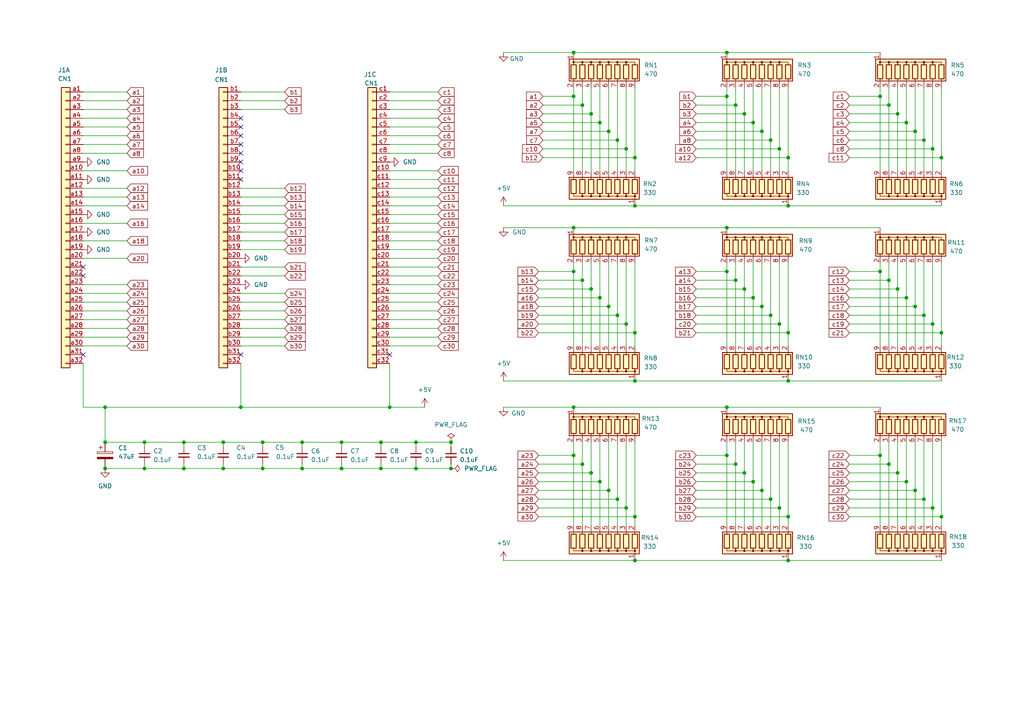
<source format=kicad_sch>
(kicad_sch (version 20250114) (generator "eeschema") (generator_version "9.0")
  (paper "A4")
  (title_block (title "VMEBus J1 Terminator board") (date "2025-12-06") (rev "0.0") (company "kanpapa.com"))
  (junction (at 226.06 43.18))
  (junction (at 228.6 45.72))
  (junction (at 120.65 128.27))
  (junction (at 30.48 118.11))
  (junction (at 184.15 162.56))
  (junction (at 228.6 96.52))
  (junction (at 130.81 135.89))
  (junction (at 173.99 35.56))
  (junction (at 99.06 135.89))
  (junction (at 176.53 88.9))
  (junction (at 228.6 110.49))
  (junction (at 166.37 27.94))
  (junction (at 262.89 139.7))
  (junction (at 171.45 83.82))
  (junction (at 173.99 86.36))
  (junction (at 228.6 149.86))
  (junction (at 220.98 88.9))
  (junction (at 270.51 43.18))
  (junction (at 257.81 30.48))
  (junction (at 260.35 137.16))
  (junction (at 166.37 78.74))
  (junction (at 267.97 40.64))
  (junction (at 265.43 38.1))
  (junction (at 257.81 81.28))
  (junction (at 215.9 33.02))
  (junction (at 113.03 118.11))
  (junction (at 210.82 27.94))
  (junction (at 262.89 35.56))
  (junction (at 166.37 15.24))
  (junction (at 168.91 30.48))
  (junction (at 173.99 139.7))
  (junction (at 168.91 81.28))
  (junction (at 64.77 128.27))
  (junction (at 181.61 93.98))
  (junction (at 267.97 144.78))
  (junction (at 260.35 83.82))
  (junction (at 184.15 96.52))
  (junction (at 87.63 128.27))
  (junction (at 213.36 30.48))
  (junction (at 166.37 66.04))
  (junction (at 166.37 132.08))
  (junction (at 53.34 128.27))
  (junction (at 210.82 132.08))
  (junction (at 176.53 142.24))
  (junction (at 179.07 40.64))
  (junction (at 218.44 35.56))
  (junction (at 179.07 144.78))
  (junction (at 210.82 118.11))
  (junction (at 267.97 91.44))
  (junction (at 166.37 118.11))
  (junction (at 181.61 43.18))
  (junction (at 184.15 45.72))
  (junction (at 255.27 27.94))
  (junction (at 64.77 135.89))
  (junction (at 228.6 162.56))
  (junction (at 220.98 142.24))
  (junction (at 273.05 96.52))
  (junction (at 210.82 78.74))
  (junction (at 215.9 83.82))
  (junction (at 273.05 45.72))
  (junction (at 76.2 128.27))
  (junction (at 181.61 147.32))
  (junction (at 220.98 38.1))
  (junction (at 262.89 86.36))
  (junction (at 184.15 149.86))
  (junction (at 223.52 91.44))
  (junction (at 223.52 144.78))
  (junction (at 273.05 149.86))
  (junction (at 270.51 93.98))
  (junction (at 179.07 91.44))
  (junction (at 120.65 135.89))
  (junction (at 213.36 81.28))
  (junction (at 168.91 134.62))
  (junction (at 130.81 128.27))
  (junction (at 184.15 110.49))
  (junction (at 255.27 132.08))
  (junction (at 260.35 33.02))
  (junction (at 210.82 15.24))
  (junction (at 110.49 128.27))
  (junction (at 265.43 88.9))
  (junction (at 223.52 40.64))
  (junction (at 228.6 59.69))
  (junction (at 255.27 78.74))
  (junction (at 210.82 66.04))
  (junction (at 270.51 147.32))
  (junction (at 110.49 135.89))
  (junction (at 213.36 134.62))
  (junction (at 87.63 135.89))
  (junction (at 226.06 147.32))
  (junction (at 218.44 139.7))
  (junction (at 176.53 38.1))
  (junction (at 41.91 128.27))
  (junction (at 53.34 135.89))
  (junction (at 171.45 33.02))
  (junction (at 69.85 118.11))
  (junction (at 171.45 137.16))
  (junction (at 99.06 128.27))
  (junction (at 215.9 137.16))
  (junction (at 257.81 134.62))
  (junction (at 30.48 128.27))
  (junction (at 76.2 135.89))
  (junction (at 41.91 135.89))
  (junction (at 265.43 142.24))
  (junction (at 218.44 86.36))
  (junction (at 30.48 135.89))
  (junction (at 184.15 59.69))
  (junction (at 226.06 93.98))
  (no_connect (at 69.85 36.83))
  (no_connect (at 69.85 39.37))
  (no_connect (at 69.85 49.53))
  (no_connect (at 24.13 80.01))
  (no_connect (at 113.03 102.87))
  (no_connect (at 69.85 46.99))
  (no_connect (at 24.13 102.87))
  (no_connect (at 69.85 44.45))
  (no_connect (at 69.85 52.07))
  (no_connect (at 69.85 41.91))
  (no_connect (at 69.85 34.29))
  (no_connect (at 69.85 102.87))
  (no_connect (at 24.13 77.47))
  (wire (pts (xy 228.6 96.52) (xy 228.6 100.33)))
  (wire (pts (xy 113.03 54.61) (xy 127 54.61)))
  (wire (pts (xy 69.85 97.79) (xy 82.55 97.79)))
  (wire (pts (xy 166.37 76.2) (xy 166.37 78.74)))
  (wire (pts (xy 246.38 134.62) (xy 257.81 134.62)))
  (wire (pts (xy 69.85 87.63) (xy 82.55 87.63)))
  (wire (pts (xy 201.93 45.72) (xy 228.6 45.72)))
  (wire (pts (xy 246.38 137.16) (xy 260.35 137.16)))
  (wire (pts (xy 270.51 76.2) (xy 270.51 93.98)))
  (wire (pts (xy 171.45 33.02) (xy 171.45 49.53)))
  (wire (pts (xy 246.38 86.36) (xy 262.89 86.36)))
  (wire (pts (xy 260.35 83.82) (xy 260.35 100.33)))
  (wire (pts (xy 157.48 38.1) (xy 176.53 38.1)))
  (wire (pts (xy 210.82 76.2) (xy 210.82 78.74)))
  (wire (pts (xy 24.13 105.41) (xy 24.13 118.11)))
  (wire (pts (xy 87.63 135.89) (xy 99.06 135.89)))
  (wire (pts (xy 220.98 25.4) (xy 220.98 38.1)))
  (wire (pts (xy 201.93 144.78) (xy 223.52 144.78)))
  (wire (pts (xy 146.05 110.49) (xy 184.15 110.49)))
  (wire (pts (xy 24.13 34.29) (xy 36.83 34.29)))
  (wire (pts (xy 201.93 30.48) (xy 213.36 30.48)))
  (wire (pts (xy 113.03 41.91) (xy 127 41.91)))
  (wire (pts (xy 69.85 100.33) (xy 82.55 100.33)))
  (wire (pts (xy 228.6 110.49) (xy 273.05 110.49)))
  (wire (pts (xy 246.38 81.28) (xy 257.81 81.28)))
  (wire (pts (xy 257.81 128.27) (xy 257.81 134.62)))
  (wire (pts (xy 113.03 39.37) (xy 127 39.37)))
  (wire (pts (xy 270.51 147.32) (xy 270.51 152.4)))
  (wire (pts (xy 260.35 137.16) (xy 260.35 152.4)))
  (wire (pts (xy 265.43 38.1) (xy 265.43 49.53)))
  (wire (pts (xy 24.13 59.69) (xy 36.83 59.69)))
  (wire (pts (xy 179.07 128.27) (xy 179.07 144.78)))
  (wire (pts (xy 64.77 135.89) (xy 76.2 135.89)))
  (wire (pts (xy 168.91 134.62) (xy 168.91 152.4)))
  (wire (pts (xy 156.21 134.62) (xy 168.91 134.62)))
  (wire (pts (xy 69.85 85.09) (xy 82.55 85.09)))
  (wire (pts (xy 210.82 27.94) (xy 210.82 49.53)))
  (wire (pts (xy 69.85 72.39) (xy 82.55 72.39)))
  (wire (pts (xy 246.38 35.56) (xy 262.89 35.56)))
  (wire (pts (xy 267.97 128.27) (xy 267.97 144.78)))
  (wire (pts (xy 157.48 45.72) (xy 184.15 45.72)))
  (wire (pts (xy 257.81 25.4) (xy 257.81 30.48)))
  (wire (pts (xy 201.93 132.08) (xy 210.82 132.08)))
  (wire (pts (xy 41.91 128.27) (xy 41.91 129.54)))
  (wire (pts (xy 223.52 91.44) (xy 223.52 100.33)))
  (wire (pts (xy 30.48 128.27) (xy 41.91 128.27)))
  (wire (pts (xy 267.97 76.2) (xy 267.97 91.44)))
  (wire (pts (xy 246.38 91.44) (xy 267.97 91.44)))
  (wire (pts (xy 30.48 118.11) (xy 69.85 118.11)))
  (wire (pts (xy 218.44 139.7) (xy 218.44 152.4)))
  (wire (pts (xy 166.37 132.08) (xy 166.37 152.4)))
  (wire (pts (xy 176.53 128.27) (xy 176.53 142.24)))
  (wire (pts (xy 41.91 134.62) (xy 41.91 135.89)))
  (wire (pts (xy 24.13 49.53) (xy 36.83 49.53)))
  (wire (pts (xy 246.38 78.74) (xy 255.27 78.74)))
  (wire (pts (xy 113.03 80.01) (xy 127 80.01)))
  (wire (pts (xy 255.27 76.2) (xy 255.27 78.74)))
  (wire (pts (xy 246.38 147.32) (xy 270.51 147.32)))
  (wire (pts (xy 218.44 76.2) (xy 218.44 86.36)))
  (wire (pts (xy 171.45 137.16) (xy 171.45 152.4)))
  (wire (pts (xy 246.38 33.02) (xy 260.35 33.02)))
  (wire (pts (xy 120.65 135.89) (xy 130.81 135.89)))
  (wire (pts (xy 273.05 128.27) (xy 273.05 149.86)))
  (wire (pts (xy 246.38 30.48) (xy 257.81 30.48)))
  (wire (pts (xy 257.81 134.62) (xy 257.81 152.4)))
  (wire (pts (xy 213.36 25.4) (xy 213.36 30.48)))
  (wire (pts (xy 69.85 31.75) (xy 82.55 31.75)))
  (wire (pts (xy 24.13 118.11) (xy 30.48 118.11)))
  (wire (pts (xy 113.03 31.75) (xy 127 31.75)))
  (wire (pts (xy 181.61 76.2) (xy 181.61 93.98)))
  (wire (pts (xy 156.21 132.08) (xy 166.37 132.08)))
  (wire (pts (xy 265.43 25.4) (xy 265.43 38.1)))
  (wire (pts (xy 24.13 87.63) (xy 36.83 87.63)))
  (wire (pts (xy 64.77 134.62) (xy 64.77 135.89)))
  (wire (pts (xy 130.81 128.27) (xy 130.81 129.54)))
  (wire (pts (xy 246.38 45.72) (xy 273.05 45.72)))
  (wire (pts (xy 226.06 93.98) (xy 226.06 100.33)))
  (wire (pts (xy 69.85 62.23) (xy 82.55 62.23)))
  (wire (pts (xy 246.38 27.94) (xy 255.27 27.94)))
  (wire (pts (xy 156.21 91.44) (xy 179.07 91.44)))
  (wire (pts (xy 267.97 40.64) (xy 267.97 49.53)))
  (wire (pts (xy 30.48 135.89) (xy 41.91 135.89)))
  (wire (pts (xy 246.38 43.18) (xy 270.51 43.18)))
  (wire (pts (xy 179.07 40.64) (xy 179.07 49.53)))
  (wire (pts (xy 113.03 57.15) (xy 127 57.15)))
  (wire (pts (xy 157.48 27.94) (xy 166.37 27.94)))
  (wire (pts (xy 166.37 15.24) (xy 146.05 15.24)))
  (wire (pts (xy 218.44 35.56) (xy 218.44 49.53)))
  (wire (pts (xy 69.85 77.47) (xy 82.55 77.47)))
  (wire (pts (xy 255.27 78.74) (xy 255.27 100.33)))
  (wire (pts (xy 213.36 134.62) (xy 213.36 152.4)))
  (wire (pts (xy 270.51 128.27) (xy 270.51 147.32)))
  (wire (pts (xy 273.05 45.72) (xy 273.05 49.53)))
  (wire (pts (xy 173.99 35.56) (xy 173.99 49.53)))
  (wire (pts (xy 201.93 40.64) (xy 223.52 40.64)))
  (wire (pts (xy 215.9 25.4) (xy 215.9 33.02)))
  (wire (pts (xy 69.85 69.85) (xy 82.55 69.85)))
  (wire (pts (xy 24.13 36.83) (xy 36.83 36.83)))
  (wire (pts (xy 53.34 135.89) (xy 64.77 135.89)))
  (wire (pts (xy 220.98 142.24) (xy 220.98 152.4)))
  (wire (pts (xy 69.85 67.31) (xy 82.55 67.31)))
  (wire (pts (xy 220.98 76.2) (xy 220.98 88.9)))
  (wire (pts (xy 176.53 76.2) (xy 176.53 88.9)))
  (wire (pts (xy 171.45 83.82) (xy 171.45 100.33)))
  (wire (pts (xy 226.06 76.2) (xy 226.06 93.98)))
  (wire (pts (xy 156.21 93.98) (xy 181.61 93.98)))
  (wire (pts (xy 171.45 25.4) (xy 171.45 33.02)))
  (wire (pts (xy 228.6 76.2) (xy 228.6 96.52)))
  (wire (pts (xy 69.85 54.61) (xy 82.55 54.61)))
  (wire (pts (xy 228.6 162.56) (xy 273.05 162.56)))
  (wire (pts (xy 201.93 137.16) (xy 215.9 137.16)))
  (wire (pts (xy 69.85 105.41) (xy 69.85 118.11)))
  (wire (pts (xy 113.03 74.93) (xy 127 74.93)))
  (wire (pts (xy 246.38 142.24) (xy 265.43 142.24)))
  (wire (pts (xy 228.6 59.69) (xy 273.05 59.69)))
  (wire (pts (xy 255.27 15.24) (xy 210.82 15.24)))
  (wire (pts (xy 166.37 78.74) (xy 166.37 100.33)))
  (wire (pts (xy 168.91 25.4) (xy 168.91 30.48)))
  (wire (pts (xy 113.03 105.41) (xy 113.03 118.11)))
  (wire (pts (xy 226.06 147.32) (xy 226.06 152.4)))
  (wire (pts (xy 179.07 91.44) (xy 179.07 100.33)))
  (wire (pts (xy 179.07 144.78) (xy 179.07 152.4)))
  (wire (pts (xy 176.53 142.24) (xy 176.53 152.4)))
  (wire (pts (xy 210.82 15.24) (xy 166.37 15.24)))
  (wire (pts (xy 181.61 43.18) (xy 181.61 49.53)))
  (wire (pts (xy 201.93 78.74) (xy 210.82 78.74)))
  (wire (pts (xy 69.85 29.21) (xy 82.55 29.21)))
  (wire (pts (xy 156.21 96.52) (xy 184.15 96.52)))
  (wire (pts (xy 24.13 85.09) (xy 36.83 85.09)))
  (wire (pts (xy 213.36 81.28) (xy 213.36 100.33)))
  (wire (pts (xy 171.45 76.2) (xy 171.45 83.82)))
  (wire (pts (xy 76.2 135.89) (xy 87.63 135.89)))
  (wire (pts (xy 113.03 87.63) (xy 127 87.63)))
  (wire (pts (xy 201.93 27.94) (xy 210.82 27.94)))
  (wire (pts (xy 223.52 144.78) (xy 223.52 152.4)))
  (wire (pts (xy 260.35 25.4) (xy 260.35 33.02)))
  (wire (pts (xy 156.21 137.16) (xy 171.45 137.16)))
  (wire (pts (xy 246.38 149.86) (xy 273.05 149.86)))
  (wire (pts (xy 201.93 33.02) (xy 215.9 33.02)))
  (wire (pts (xy 218.44 25.4) (xy 218.44 35.56)))
  (wire (pts (xy 226.06 25.4) (xy 226.06 43.18)))
  (wire (pts (xy 184.15 162.56) (xy 228.6 162.56)))
  (wire (pts (xy 210.82 66.04) (xy 255.27 66.04)))
  (wire (pts (xy 146.05 118.11) (xy 166.37 118.11)))
  (wire (pts (xy 176.53 88.9) (xy 176.53 100.33)))
  (wire (pts (xy 223.52 128.27) (xy 223.52 144.78)))
  (wire (pts (xy 69.85 80.01) (xy 82.55 80.01)))
  (wire (pts (xy 64.77 128.27) (xy 64.77 129.54)))
  (wire (pts (xy 246.38 96.52) (xy 273.05 96.52)))
  (wire (pts (xy 220.98 38.1) (xy 220.98 49.53)))
  (wire (pts (xy 99.06 135.89) (xy 110.49 135.89)))
  (wire (pts (xy 24.13 44.45) (xy 36.83 44.45)))
  (wire (pts (xy 110.49 128.27) (xy 120.65 128.27)))
  (wire (pts (xy 156.21 147.32) (xy 181.61 147.32)))
  (wire (pts (xy 24.13 57.15) (xy 36.83 57.15)))
  (wire (pts (xy 173.99 25.4) (xy 173.99 35.56)))
  (wire (pts (xy 24.13 69.85) (xy 36.83 69.85)))
  (wire (pts (xy 273.05 76.2) (xy 273.05 96.52)))
  (wire (pts (xy 113.03 26.67) (xy 127 26.67)))
  (wire (pts (xy 213.36 76.2) (xy 213.36 81.28)))
  (wire (pts (xy 181.61 147.32) (xy 181.61 152.4)))
  (wire (pts (xy 113.03 52.07) (xy 127 52.07)))
  (wire (pts (xy 113.03 69.85) (xy 127 69.85)))
  (wire (pts (xy 157.48 33.02) (xy 171.45 33.02)))
  (wire (pts (xy 201.93 93.98) (xy 226.06 93.98)))
  (wire (pts (xy 64.77 128.27) (xy 76.2 128.27)))
  (wire (pts (xy 201.93 147.32) (xy 226.06 147.32)))
  (wire (pts (xy 156.21 139.7) (xy 173.99 139.7)))
  (wire (pts (xy 184.15 45.72) (xy 184.15 49.53)))
  (wire (pts (xy 246.38 88.9) (xy 265.43 88.9)))
  (wire (pts (xy 69.85 90.17) (xy 82.55 90.17)))
  (wire (pts (xy 156.21 144.78) (xy 179.07 144.78)))
  (wire (pts (xy 113.03 82.55) (xy 127 82.55)))
  (wire (pts (xy 24.13 39.37) (xy 36.83 39.37)))
  (wire (pts (xy 24.13 31.75) (xy 36.83 31.75)))
  (wire (pts (xy 184.15 59.69) (xy 228.6 59.69)))
  (wire (pts (xy 69.85 64.77) (xy 82.55 64.77)))
  (wire (pts (xy 113.03 100.33) (xy 127 100.33)))
  (wire (pts (xy 156.21 149.86) (xy 184.15 149.86)))
  (wire (pts (xy 215.9 83.82) (xy 215.9 100.33)))
  (wire (pts (xy 24.13 41.91) (xy 36.83 41.91)))
  (wire (pts (xy 267.97 91.44) (xy 267.97 100.33)))
  (wire (pts (xy 146.05 66.04) (xy 166.37 66.04)))
  (wire (pts (xy 173.99 86.36) (xy 173.99 100.33)))
  (wire (pts (xy 113.03 29.21) (xy 127 29.21)))
  (wire (pts (xy 218.44 86.36) (xy 218.44 100.33)))
  (wire (pts (xy 53.34 128.27) (xy 64.77 128.27)))
  (wire (pts (xy 273.05 149.86) (xy 273.05 152.4)))
  (wire (pts (xy 110.49 135.89) (xy 120.65 135.89)))
  (wire (pts (xy 262.89 128.27) (xy 262.89 139.7)))
  (wire (pts (xy 246.38 132.08) (xy 255.27 132.08)))
  (wire (pts (xy 273.05 96.52) (xy 273.05 100.33)))
  (wire (pts (xy 156.21 88.9) (xy 176.53 88.9)))
  (wire (pts (xy 246.38 93.98) (xy 270.51 93.98)))
  (wire (pts (xy 246.38 38.1) (xy 265.43 38.1)))
  (wire (pts (xy 179.07 25.4) (xy 179.07 40.64)))
  (wire (pts (xy 166.37 128.27) (xy 166.37 132.08)))
  (wire (pts (xy 113.03 92.71) (xy 127 92.71)))
  (wire (pts (xy 166.37 118.11) (xy 210.82 118.11)))
  (wire (pts (xy 215.9 128.27) (xy 215.9 137.16)))
  (wire (pts (xy 156.21 78.74) (xy 166.37 78.74)))
  (wire (pts (xy 201.93 83.82) (xy 215.9 83.82)))
  (wire (pts (xy 53.34 128.27) (xy 53.34 129.54)))
  (wire (pts (xy 273.05 25.4) (xy 273.05 45.72)))
  (wire (pts (xy 176.53 38.1) (xy 176.53 49.53)))
  (wire (pts (xy 215.9 33.02) (xy 215.9 49.53)))
  (wire (pts (xy 24.13 54.61) (xy 36.83 54.61)))
  (wire (pts (xy 260.35 76.2) (xy 260.35 83.82)))
  (wire (pts (xy 173.99 76.2) (xy 173.99 86.36)))
  (wire (pts (xy 157.48 35.56) (xy 173.99 35.56)))
  (wire (pts (xy 157.48 40.64) (xy 179.07 40.64)))
  (wire (pts (xy 113.03 62.23) (xy 127 62.23)))
  (wire (pts (xy 270.51 43.18) (xy 270.51 49.53)))
  (wire (pts (xy 113.03 77.47) (xy 127 77.47)))
  (wire (pts (xy 220.98 88.9) (xy 220.98 100.33)))
  (wire (pts (xy 210.82 78.74) (xy 210.82 100.33)))
  (wire (pts (xy 146.05 162.56) (xy 184.15 162.56)))
  (wire (pts (xy 260.35 128.27) (xy 260.35 137.16)))
  (wire (pts (xy 87.63 134.62) (xy 87.63 135.89)))
  (wire (pts (xy 69.85 59.69) (xy 82.55 59.69)))
  (wire (pts (xy 24.13 64.77) (xy 36.83 64.77)))
  (wire (pts (xy 166.37 25.4) (xy 166.37 27.94)))
  (wire (pts (xy 157.48 30.48) (xy 168.91 30.48)))
  (wire (pts (xy 201.93 81.28) (xy 213.36 81.28)))
  (wire (pts (xy 210.82 132.08) (xy 210.82 152.4)))
  (wire (pts (xy 69.85 26.67) (xy 82.55 26.67)))
  (wire (pts (xy 201.93 96.52) (xy 228.6 96.52)))
  (wire (pts (xy 113.03 85.09) (xy 127 85.09)))
  (wire (pts (xy 226.06 43.18) (xy 226.06 49.53)))
  (wire (pts (xy 157.48 43.18) (xy 181.61 43.18)))
  (wire (pts (xy 113.03 90.17) (xy 127 90.17)))
  (wire (pts (xy 76.2 128.27) (xy 76.2 129.54)))
  (wire (pts (xy 69.85 92.71) (xy 82.55 92.71)))
  (wire (pts (xy 113.03 67.31) (xy 127 67.31)))
  (wire (pts (xy 113.03 72.39) (xy 127 72.39)))
  (wire (pts (xy 181.61 93.98) (xy 181.61 100.33)))
  (wire (pts (xy 201.93 86.36) (xy 218.44 86.36)))
  (wire (pts (xy 110.49 134.62) (xy 110.49 135.89)))
  (wire (pts (xy 262.89 139.7) (xy 262.89 152.4)))
  (wire (pts (xy 173.99 139.7) (xy 173.99 152.4)))
  (wire (pts (xy 113.03 49.53) (xy 127 49.53)))
  (wire (pts (xy 113.03 97.79) (xy 127 97.79)))
  (wire (pts (xy 156.21 81.28) (xy 168.91 81.28)))
  (wire (pts (xy 168.91 128.27) (xy 168.91 134.62)))
  (wire (pts (xy 270.51 93.98) (xy 270.51 100.33)))
  (wire (pts (xy 184.15 76.2) (xy 184.15 96.52)))
  (wire (pts (xy 210.82 118.11) (xy 255.27 118.11)))
  (wire (pts (xy 171.45 128.27) (xy 171.45 137.16)))
  (wire (pts (xy 210.82 128.27) (xy 210.82 132.08)))
  (wire (pts (xy 255.27 128.27) (xy 255.27 132.08)))
  (wire (pts (xy 53.34 134.62) (xy 53.34 135.89)))
  (wire (pts (xy 69.85 118.11) (xy 113.03 118.11)))
  (wire (pts (xy 213.36 128.27) (xy 213.36 134.62)))
  (wire (pts (xy 99.06 128.27) (xy 110.49 128.27)))
  (wire (pts (xy 168.91 30.48) (xy 168.91 49.53)))
  (wire (pts (xy 201.93 139.7) (xy 218.44 139.7)))
  (wire (pts (xy 228.6 149.86) (xy 228.6 152.4)))
  (wire (pts (xy 113.03 59.69) (xy 127 59.69)))
  (wire (pts (xy 255.27 27.94) (xy 255.27 49.53)))
  (wire (pts (xy 113.03 36.83) (xy 127 36.83)))
  (wire (pts (xy 246.38 139.7) (xy 262.89 139.7)))
  (wire (pts (xy 120.65 134.62) (xy 120.65 135.89)))
  (wire (pts (xy 113.03 64.77) (xy 127 64.77)))
  (wire (pts (xy 130.81 134.62) (xy 130.81 135.89)))
  (wire (pts (xy 215.9 76.2) (xy 215.9 83.82)))
  (wire (pts (xy 156.21 86.36) (xy 173.99 86.36)))
  (wire (pts (xy 113.03 95.25) (xy 127 95.25)))
  (wire (pts (xy 168.91 81.28) (xy 168.91 100.33)))
  (wire (pts (xy 220.98 128.27) (xy 220.98 142.24)))
  (wire (pts (xy 181.61 25.4) (xy 181.61 43.18)))
  (wire (pts (xy 257.81 76.2) (xy 257.81 81.28)))
  (wire (pts (xy 201.93 142.24) (xy 220.98 142.24)))
  (wire (pts (xy 120.65 128.27) (xy 120.65 129.54)))
  (wire (pts (xy 257.81 30.48) (xy 257.81 49.53)))
  (wire (pts (xy 41.91 135.89) (xy 53.34 135.89)))
  (wire (pts (xy 201.93 43.18) (xy 226.06 43.18)))
  (wire (pts (xy 69.85 95.25) (xy 82.55 95.25)))
  (wire (pts (xy 270.51 25.4) (xy 270.51 43.18)))
  (wire (pts (xy 166.37 66.04) (xy 210.82 66.04)))
  (wire (pts (xy 24.13 100.33) (xy 36.83 100.33)))
  (wire (pts (xy 99.06 128.27) (xy 99.06 129.54)))
  (wire (pts (xy 255.27 25.4) (xy 255.27 27.94)))
  (wire (pts (xy 201.93 91.44) (xy 223.52 91.44)))
  (wire (pts (xy 265.43 88.9) (xy 265.43 100.33)))
  (wire (pts (xy 41.91 128.27) (xy 53.34 128.27)))
  (wire (pts (xy 120.65 128.27) (xy 130.81 128.27)))
  (wire (pts (xy 173.99 128.27) (xy 173.99 139.7)))
  (wire (pts (xy 24.13 95.25) (xy 36.83 95.25)))
  (wire (pts (xy 184.15 128.27) (xy 184.15 149.86)))
  (wire (pts (xy 262.89 76.2) (xy 262.89 86.36)))
  (wire (pts (xy 262.89 35.56) (xy 262.89 49.53)))
  (wire (pts (xy 223.52 40.64) (xy 223.52 49.53)))
  (wire (pts (xy 226.06 128.27) (xy 226.06 147.32)))
  (wire (pts (xy 176.53 25.4) (xy 176.53 38.1)))
  (wire (pts (xy 76.2 128.27) (xy 87.63 128.27)))
  (wire (pts (xy 223.52 25.4) (xy 223.52 40.64)))
  (wire (pts (xy 184.15 25.4) (xy 184.15 45.72)))
  (wire (pts (xy 87.63 128.27) (xy 87.63 129.54)))
  (wire (pts (xy 24.13 26.67) (xy 36.83 26.67)))
  (wire (pts (xy 30.48 118.11) (xy 30.48 128.27)))
  (wire (pts (xy 265.43 142.24) (xy 265.43 152.4)))
  (wire (pts (xy 201.93 88.9) (xy 220.98 88.9)))
  (wire (pts (xy 24.13 90.17) (xy 36.83 90.17)))
  (wire (pts (xy 113.03 118.11) (xy 123.19 118.11)))
  (wire (pts (xy 215.9 137.16) (xy 215.9 152.4)))
  (wire (pts (xy 267.97 144.78) (xy 267.97 152.4)))
  (wire (pts (xy 201.93 35.56) (xy 218.44 35.56)))
  (wire (pts (xy 156.21 83.82) (xy 171.45 83.82)))
  (wire (pts (xy 246.38 144.78) (xy 267.97 144.78)))
  (wire (pts (xy 179.07 76.2) (xy 179.07 91.44)))
  (wire (pts (xy 210.82 25.4) (xy 210.82 27.94)))
  (wire (pts (xy 24.13 92.71) (xy 36.83 92.71)))
  (wire (pts (xy 184.15 96.52) (xy 184.15 100.33)))
  (wire (pts (xy 213.36 30.48) (xy 213.36 49.53)))
  (wire (pts (xy 24.13 97.79) (xy 36.83 97.79)))
  (wire (pts (xy 267.97 25.4) (xy 267.97 40.64)))
  (wire (pts (xy 24.13 74.93) (xy 36.83 74.93)))
  (wire (pts (xy 184.15 149.86) (xy 184.15 152.4)))
  (wire (pts (xy 228.6 45.72) (xy 228.6 49.53)))
  (wire (pts (xy 262.89 25.4) (xy 262.89 35.56)))
  (wire (pts (xy 99.06 134.62) (xy 99.06 135.89)))
  (wire (pts (xy 218.44 128.27) (xy 218.44 139.7)))
  (wire (pts (xy 76.2 134.62) (xy 76.2 135.89)))
  (wire (pts (xy 184.15 110.49) (xy 228.6 110.49)))
  (wire (pts (xy 246.38 83.82) (xy 260.35 83.82)))
  (wire (pts (xy 223.52 76.2) (xy 223.52 91.44)))
  (wire (pts (xy 228.6 128.27) (xy 228.6 149.86)))
  (wire (pts (xy 146.05 59.69) (xy 184.15 59.69)))
  (wire (pts (xy 110.49 128.27) (xy 110.49 129.54)))
  (wire (pts (xy 168.91 76.2) (xy 168.91 81.28)))
  (wire (pts (xy 255.27 132.08) (xy 255.27 152.4)))
  (wire (pts (xy 24.13 82.55) (xy 36.83 82.55)))
  (wire (pts (xy 265.43 128.27) (xy 265.43 142.24)))
  (wire (pts (xy 166.37 27.94) (xy 166.37 49.53)))
  (wire (pts (xy 69.85 57.15) (xy 82.55 57.15)))
  (wire (pts (xy 201.93 149.86) (xy 228.6 149.86)))
  (wire (pts (xy 228.6 25.4) (xy 228.6 45.72)))
  (wire (pts (xy 24.13 29.21) (xy 36.83 29.21)))
  (wire (pts (xy 113.03 34.29) (xy 127 34.29)))
  (wire (pts (xy 201.93 38.1) (xy 220.98 38.1)))
  (wire (pts (xy 87.63 128.27) (xy 99.06 128.27)))
  (wire (pts (xy 257.81 81.28) (xy 257.81 100.33)))
  (wire (pts (xy 262.89 86.36) (xy 262.89 100.33)))
  (wire (pts (xy 201.93 134.62) (xy 213.36 134.62)))
  (wire (pts (xy 265.43 76.2) (xy 265.43 88.9)))
  (wire (pts (xy 113.03 44.45) (xy 127 44.45)))
  (wire (pts (xy 181.61 128.27) (xy 181.61 147.32)))
  (wire (pts (xy 156.21 142.24) (xy 176.53 142.24)))
  (wire (pts (xy 260.35 33.02) (xy 260.35 49.53)))
  (wire (pts (xy 246.38 40.64) (xy 267.97 40.64)))
  (global_label "c22" (shape input) (at 246.38 132.08 180) (property "Intersheetrefs" "${INTERSHEET_REFS}" (effects (hide yes))))
  (global_label "b29" (shape input) (at 82.55 97.79 0) (property "Intersheetrefs" "${INTERSHEET_REFS}" (effects (hide yes))))
  (global_label "a3" (shape input) (at 36.83 31.75 0) (property "Intersheetrefs" "${INTERSHEET_REFS}" (effects (hide yes))))
  (global_label "c10" (shape input) (at 157.48 43.18 180) (property "Intersheetrefs" "${INTERSHEET_REFS}" (effects (hide yes))))
  (global_label "c5" (shape input) (at 246.38 38.1 180) (property "Intersheetrefs" "${INTERSHEET_REFS}" (effects (hide yes))))
  (global_label "a6" (shape input) (at 201.93 38.1 180) (property "Intersheetrefs" "${INTERSHEET_REFS}" (effects (hide yes))))
  (global_label "c18" (shape input) (at 127 69.85 0) (property "Intersheetrefs" "${INTERSHEET_REFS}" (effects (hide yes))))
  (global_label "c25" (shape input) (at 246.38 137.16 180) (property "Intersheetrefs" "${INTERSHEET_REFS}" (effects (hide yes))))
  (global_label "b17" (shape input) (at 82.55 67.31 0) (property "Intersheetrefs" "${INTERSHEET_REFS}" (effects (hide yes))))
  (global_label "c13" (shape input) (at 246.38 81.28 180) (property "Intersheetrefs" "${INTERSHEET_REFS}" (effects (hide yes))))
  (global_label "b29" (shape input) (at 201.93 147.32 180) (property "Intersheetrefs" "${INTERSHEET_REFS}" (effects (hide yes))))
  (global_label "c4" (shape input) (at 127 34.29 0) (property "Intersheetrefs" "${INTERSHEET_REFS}" (effects (hide yes))))
  (global_label "c26" (shape input) (at 246.38 139.7 180) (property "Intersheetrefs" "${INTERSHEET_REFS}" (effects (hide yes))))
  (global_label "b24" (shape input) (at 201.93 134.62 180) (property "Intersheetrefs" "${INTERSHEET_REFS}" (effects (hide yes))))
  (global_label "c30" (shape input) (at 246.38 149.86 180) (property "Intersheetrefs" "${INTERSHEET_REFS}" (effects (hide yes))))
  (global_label "b14" (shape input) (at 82.55 59.69 0) (property "Intersheetrefs" "${INTERSHEET_REFS}" (effects (hide yes))))
  (global_label "a24" (shape input) (at 156.21 134.62 180) (property "Intersheetrefs" "${INTERSHEET_REFS}" (effects (hide yes))))
  (global_label "b1" (shape input) (at 201.93 27.94 180) (property "Intersheetrefs" "${INTERSHEET_REFS}" (effects (hide yes))))
  (global_label "b15" (shape input) (at 82.55 62.23 0) (property "Intersheetrefs" "${INTERSHEET_REFS}" (effects (hide yes))))
  (global_label "b28" (shape input) (at 82.55 95.25 0) (property "Intersheetrefs" "${INTERSHEET_REFS}" (effects (hide yes))))
  (global_label "b27" (shape input) (at 201.93 142.24 180) (property "Intersheetrefs" "${INTERSHEET_REFS}" (effects (hide yes))))
  (global_label "a27" (shape input) (at 156.21 142.24 180) (property "Intersheetrefs" "${INTERSHEET_REFS}" (effects (hide yes))))
  (global_label "a10" (shape input) (at 36.83 49.53 0) (property "Intersheetrefs" "${INTERSHEET_REFS}" (effects (hide yes))))
  (global_label "c18" (shape input) (at 246.38 91.44 180) (property "Intersheetrefs" "${INTERSHEET_REFS}" (effects (hide yes))))
  (global_label "a16" (shape input) (at 156.21 86.36 180) (property "Intersheetrefs" "${INTERSHEET_REFS}" (effects (hide yes))))
  (global_label "a23" (shape input) (at 36.83 82.55 0) (property "Intersheetrefs" "${INTERSHEET_REFS}" (effects (hide yes))))
  (global_label "c26" (shape input) (at 127 90.17 0) (property "Intersheetrefs" "${INTERSHEET_REFS}" (effects (hide yes))))
  (global_label "a25" (shape input) (at 36.83 87.63 0) (property "Intersheetrefs" "${INTERSHEET_REFS}" (effects (hide yes))))
  (global_label "b21" (shape input) (at 201.93 96.52 180) (property "Intersheetrefs" "${INTERSHEET_REFS}" (effects (hide yes))))
  (global_label "a24" (shape input) (at 36.83 85.09 0) (property "Intersheetrefs" "${INTERSHEET_REFS}" (effects (hide yes))))
  (global_label "c8" (shape input) (at 246.38 43.18 180) (property "Intersheetrefs" "${INTERSHEET_REFS}" (effects (hide yes))))
  (global_label "c25" (shape input) (at 127 87.63 0) (property "Intersheetrefs" "${INTERSHEET_REFS}" (effects (hide yes))))
  (global_label "a12" (shape input) (at 201.93 45.72 180) (property "Intersheetrefs" "${INTERSHEET_REFS}" (effects (hide yes))))
  (global_label "a5" (shape input) (at 157.48 35.56 180) (property "Intersheetrefs" "${INTERSHEET_REFS}" (effects (hide yes))))
  (global_label "a2" (shape input) (at 157.48 30.48 180) (property "Intersheetrefs" "${INTERSHEET_REFS}" (effects (hide yes))))
  (global_label "b19" (shape input) (at 156.21 91.44 180) (property "Intersheetrefs" "${INTERSHEET_REFS}" (effects (hide yes))))
  (global_label "b2" (shape input) (at 82.55 29.21 0) (property "Intersheetrefs" "${INTERSHEET_REFS}" (effects (hide yes))))
  (global_label "a1" (shape input) (at 36.83 26.67 0) (property "Intersheetrefs" "${INTERSHEET_REFS}" (effects (hide yes))))
  (global_label "b24" (shape input) (at 82.55 85.09 0) (property "Intersheetrefs" "${INTERSHEET_REFS}" (effects (hide yes))))
  (global_label "c11" (shape input) (at 127 52.07 0) (property "Intersheetrefs" "${INTERSHEET_REFS}" (effects (hide yes))))
  (global_label "b19" (shape input) (at 82.55 72.39 0) (property "Intersheetrefs" "${INTERSHEET_REFS}" (effects (hide yes))))
  (global_label "c21" (shape input) (at 127 77.47 0) (property "Intersheetrefs" "${INTERSHEET_REFS}" (effects (hide yes))))
  (global_label "a28" (shape input) (at 36.83 95.25 0) (property "Intersheetrefs" "${INTERSHEET_REFS}" (effects (hide yes))))
  (global_label "b16" (shape input) (at 201.93 86.36 180) (property "Intersheetrefs" "${INTERSHEET_REFS}" (effects (hide yes))))
  (global_label "a20" (shape input) (at 156.21 93.98 180) (property "Intersheetrefs" "${INTERSHEET_REFS}" (effects (hide yes))))
  (global_label "b3" (shape input) (at 201.93 33.02 180) (property "Intersheetrefs" "${INTERSHEET_REFS}" (effects (hide yes))))
  (global_label "b21" (shape input) (at 82.55 77.47 0) (property "Intersheetrefs" "${INTERSHEET_REFS}" (effects (hide yes))))
  (global_label "c17" (shape input) (at 246.38 88.9 180) (property "Intersheetrefs" "${INTERSHEET_REFS}" (effects (hide yes))))
  (global_label "c28" (shape input) (at 127 95.25 0) (property "Intersheetrefs" "${INTERSHEET_REFS}" (effects (hide yes))))
  (global_label "c20" (shape input) (at 201.93 93.98 180) (property "Intersheetrefs" "${INTERSHEET_REFS}" (effects (hide yes))))
  (global_label "a5" (shape input) (at 36.83 36.83 0) (property "Intersheetrefs" "${INTERSHEET_REFS}" (effects (hide yes))))
  (global_label "b15" (shape input) (at 201.93 83.82 180) (property "Intersheetrefs" "${INTERSHEET_REFS}" (effects (hide yes))))
  (global_label "b3" (shape input) (at 82.55 31.75 0) (property "Intersheetrefs" "${INTERSHEET_REFS}" (effects (hide yes))))
  (global_label "c16" (shape input) (at 246.38 86.36 180) (property "Intersheetrefs" "${INTERSHEET_REFS}" (effects (hide yes))))
  (global_label "a27" (shape input) (at 36.83 92.71 0) (property "Intersheetrefs" "${INTERSHEET_REFS}" (effects (hide yes))))
  (global_label "c27" (shape input) (at 246.38 142.24 180) (property "Intersheetrefs" "${INTERSHEET_REFS}" (effects (hide yes))))
  (global_label "b2" (shape input) (at 201.93 30.48 180) (property "Intersheetrefs" "${INTERSHEET_REFS}" (effects (hide yes))))
  (global_label "a8" (shape input) (at 36.83 44.45 0) (property "Intersheetrefs" "${INTERSHEET_REFS}" (effects (hide yes))))
  (global_label "a13" (shape input) (at 201.93 78.74 180) (property "Intersheetrefs" "${INTERSHEET_REFS}" (effects (hide yes))))
  (global_label "c2" (shape input) (at 246.38 30.48 180) (property "Intersheetrefs" "${INTERSHEET_REFS}" (effects (hide yes))))
  (global_label "a20" (shape input) (at 36.83 74.93 0) (property "Intersheetrefs" "${INTERSHEET_REFS}" (effects (hide yes))))
  (global_label "a13" (shape input) (at 36.83 57.15 0) (property "Intersheetrefs" "${INTERSHEET_REFS}" (effects (hide yes))))
  (global_label "c24" (shape input) (at 246.38 134.62 180) (property "Intersheetrefs" "${INTERSHEET_REFS}" (effects (hide yes))))
  (global_label "c28" (shape input) (at 246.38 144.78 180) (property "Intersheetrefs" "${INTERSHEET_REFS}" (effects (hide yes))))
  (global_label "c13" (shape input) (at 127 57.15 0) (property "Intersheetrefs" "${INTERSHEET_REFS}" (effects (hide yes))))
  (global_label "c12" (shape input) (at 246.38 78.74 180) (property "Intersheetrefs" "${INTERSHEET_REFS}" (effects (hide yes))))
  (global_label "a10" (shape input) (at 201.93 43.18 180) (property "Intersheetrefs" "${INTERSHEET_REFS}" (effects (hide yes))))
  (global_label "b28" (shape input) (at 201.93 144.78 180) (property "Intersheetrefs" "${INTERSHEET_REFS}" (effects (hide yes))))
  (global_label "c16" (shape input) (at 127 64.77 0) (property "Intersheetrefs" "${INTERSHEET_REFS}" (effects (hide yes))))
  (global_label "a18" (shape input) (at 156.21 88.9 180) (property "Intersheetrefs" "${INTERSHEET_REFS}" (effects (hide yes))))
  (global_label "c3" (shape input) (at 246.38 33.02 180) (property "Intersheetrefs" "${INTERSHEET_REFS}" (effects (hide yes))))
  (global_label "b12" (shape input) (at 157.48 45.72 180) (property "Intersheetrefs" "${INTERSHEET_REFS}" (effects (hide yes))))
  (global_label "c8" (shape input) (at 127 44.45 0) (property "Intersheetrefs" "${INTERSHEET_REFS}" (effects (hide yes))))
  (global_label "c4" (shape input) (at 246.38 35.56 180) (property "Intersheetrefs" "${INTERSHEET_REFS}" (effects (hide yes))))
  (global_label "c7" (shape input) (at 157.48 40.64 180) (property "Intersheetrefs" "${INTERSHEET_REFS}" (effects (hide yes))))
  (global_label "a29" (shape input) (at 156.21 147.32 180) (property "Intersheetrefs" "${INTERSHEET_REFS}" (effects (hide yes))))
  (global_label "b26" (shape input) (at 201.93 139.7 180) (property "Intersheetrefs" "${INTERSHEET_REFS}" (effects (hide yes))))
  (global_label "b30" (shape input) (at 82.55 100.33 0) (property "Intersheetrefs" "${INTERSHEET_REFS}" (effects (hide yes))))
  (global_label "a7" (shape input) (at 36.83 41.91 0) (property "Intersheetrefs" "${INTERSHEET_REFS}" (effects (hide yes))))
  (global_label "c14" (shape input) (at 127 59.69 0) (property "Intersheetrefs" "${INTERSHEET_REFS}" (effects (hide yes))))
  (global_label "b22" (shape input) (at 82.55 80.01 0) (property "Intersheetrefs" "${INTERSHEET_REFS}" (effects (hide yes))))
  (global_label "c10" (shape input) (at 127 49.53 0) (property "Intersheetrefs" "${INTERSHEET_REFS}" (effects (hide yes))))
  (global_label "c29" (shape input) (at 127 97.79 0) (property "Intersheetrefs" "${INTERSHEET_REFS}" (effects (hide yes))))
  (global_label "c30" (shape input) (at 127 100.33 0) (property "Intersheetrefs" "${INTERSHEET_REFS}" (effects (hide yes))))
  (global_label "c11" (shape input) (at 246.38 45.72 180) (property "Intersheetrefs" "${INTERSHEET_REFS}" (effects (hide yes))))
  (global_label "c14" (shape input) (at 246.38 83.82 180) (property "Intersheetrefs" "${INTERSHEET_REFS}" (effects (hide yes))))
  (global_label "b13" (shape input) (at 156.21 78.74 180) (property "Intersheetrefs" "${INTERSHEET_REFS}" (effects (hide yes))))
  (global_label "a16" (shape input) (at 36.83 64.77 0) (property "Intersheetrefs" "${INTERSHEET_REFS}" (effects (hide yes))))
  (global_label "b22" (shape input) (at 156.21 96.52 180) (property "Intersheetrefs" "${INTERSHEET_REFS}" (effects (hide yes))))
  (global_label "c6" (shape input) (at 246.38 40.64 180) (property "Intersheetrefs" "${INTERSHEET_REFS}" (effects (hide yes))))
  (global_label "c19" (shape input) (at 246.38 93.98 180) (property "Intersheetrefs" "${INTERSHEET_REFS}" (effects (hide yes))))
  (global_label "b1" (shape input) (at 82.55 26.67 0) (property "Intersheetrefs" "${INTERSHEET_REFS}" (effects (hide yes))))
  (global_label "b18" (shape input) (at 201.93 91.44 180) (property "Intersheetrefs" "${INTERSHEET_REFS}" (effects (hide yes))))
  (global_label "c24" (shape input) (at 127 85.09 0) (property "Intersheetrefs" "${INTERSHEET_REFS}" (effects (hide yes))))
  (global_label "c2" (shape input) (at 127 29.21 0) (property "Intersheetrefs" "${INTERSHEET_REFS}" (effects (hide yes))))
  (global_label "b26" (shape input) (at 82.55 90.17 0) (property "Intersheetrefs" "${INTERSHEET_REFS}" (effects (hide yes))))
  (global_label "b14" (shape input) (at 156.21 81.28 180) (property "Intersheetrefs" "${INTERSHEET_REFS}" (effects (hide yes))))
  (global_label "c6" (shape input) (at 127 39.37 0) (property "Intersheetrefs" "${INTERSHEET_REFS}" (effects (hide yes))))
  (global_label "a1" (shape input) (at 157.48 27.94 180) (property "Intersheetrefs" "${INTERSHEET_REFS}" (effects (hide yes))))
  (global_label "c23" (shape input) (at 127 82.55 0) (property "Intersheetrefs" "${INTERSHEET_REFS}" (effects (hide yes))))
  (global_label "b18" (shape input) (at 82.55 69.85 0) (property "Intersheetrefs" "${INTERSHEET_REFS}" (effects (hide yes))))
  (global_label "b17" (shape input) (at 201.93 88.9 180) (property "Intersheetrefs" "${INTERSHEET_REFS}" (effects (hide yes))))
  (global_label "a7" (shape input) (at 157.48 38.1 180) (property "Intersheetrefs" "${INTERSHEET_REFS}" (effects (hide yes))))
  (global_label "c22" (shape input) (at 127 80.01 0) (property "Intersheetrefs" "${INTERSHEET_REFS}" (effects (hide yes))))
  (global_label "a18" (shape input) (at 36.83 69.85 0) (property "Intersheetrefs" "${INTERSHEET_REFS}" (effects (hide yes))))
  (global_label "a28" (shape input) (at 156.21 144.78 180) (property "Intersheetrefs" "${INTERSHEET_REFS}" (effects (hide yes))))
  (global_label "b25" (shape input) (at 82.55 87.63 0) (property "Intersheetrefs" "${INTERSHEET_REFS}" (effects (hide yes))))
  (global_label "c5" (shape input) (at 127 36.83 0) (property "Intersheetrefs" "${INTERSHEET_REFS}" (effects (hide yes))))
  (global_label "a6" (shape input) (at 36.83 39.37 0) (property "Intersheetrefs" "${INTERSHEET_REFS}" (effects (hide yes))))
  (global_label "c27" (shape input) (at 127 92.71 0) (property "Intersheetrefs" "${INTERSHEET_REFS}" (effects (hide yes))))
  (global_label "a12" (shape input) (at 36.83 54.61 0) (property "Intersheetrefs" "${INTERSHEET_REFS}" (effects (hide yes))))
  (global_label "c7" (shape input) (at 127 41.91 0) (property "Intersheetrefs" "${INTERSHEET_REFS}" (effects (hide yes))))
  (global_label "c15" (shape input) (at 127 62.23 0) (property "Intersheetrefs" "${INTERSHEET_REFS}" (effects (hide yes))))
  (global_label "a2" (shape input) (at 36.83 29.21 0) (property "Intersheetrefs" "${INTERSHEET_REFS}" (effects (hide yes))))
  (global_label "a4" (shape input) (at 36.83 34.29 0) (property "Intersheetrefs" "${INTERSHEET_REFS}" (effects (hide yes))))
  (global_label "a8" (shape input) (at 201.93 40.64 180) (property "Intersheetrefs" "${INTERSHEET_REFS}" (effects (hide yes))))
  (global_label "a29" (shape input) (at 36.83 97.79 0) (property "Intersheetrefs" "${INTERSHEET_REFS}" (effects (hide yes))))
  (global_label "a4" (shape input) (at 201.93 35.56 180) (property "Intersheetrefs" "${INTERSHEET_REFS}" (effects (hide yes))))
  (global_label "a30" (shape input) (at 36.83 100.33 0) (property "Intersheetrefs" "${INTERSHEET_REFS}" (effects (hide yes))))
  (global_label "c17" (shape input) (at 127 67.31 0) (property "Intersheetrefs" "${INTERSHEET_REFS}" (effects (hide yes))))
  (global_label "c3" (shape input) (at 127 31.75 0) (property "Intersheetrefs" "${INTERSHEET_REFS}" (effects (hide yes))))
  (global_label "a23" (shape input) (at 156.21 132.08 180) (property "Intersheetrefs" "${INTERSHEET_REFS}" (effects (hide yes))))
  (global_label "b25" (shape input) (at 201.93 137.16 180) (property "Intersheetrefs" "${INTERSHEET_REFS}" (effects (hide yes))))
  (global_label "c1" (shape input) (at 246.38 27.94 180) (property "Intersheetrefs" "${INTERSHEET_REFS}" (effects (hide yes))))
  (global_label "a26" (shape input) (at 156.21 139.7 180) (property "Intersheetrefs" "${INTERSHEET_REFS}" (effects (hide yes))))
  (global_label "c15" (shape input) (at 156.21 83.82 180) (property "Intersheetrefs" "${INTERSHEET_REFS}" (effects (hide yes))))
  (global_label "a30" (shape input) (at 156.21 149.86 180) (property "Intersheetrefs" "${INTERSHEET_REFS}" (effects (hide yes))))
  (global_label "c21" (shape input) (at 246.38 96.52 180) (property "Intersheetrefs" "${INTERSHEET_REFS}" (effects (hide yes))))
  (global_label "b12" (shape input) (at 82.55 54.61 0) (property "Intersheetrefs" "${INTERSHEET_REFS}" (effects (hide yes))))
  (global_label "c23" (shape input) (at 201.93 132.08 180) (property "Intersheetrefs" "${INTERSHEET_REFS}" (effects (hide yes))))
  (global_label "c1" (shape input) (at 127 26.67 0) (property "Intersheetrefs" "${INTERSHEET_REFS}" (effects (hide yes))))
  (global_label "b16" (shape input) (at 82.55 64.77 0) (property "Intersheetrefs" "${INTERSHEET_REFS}" (effects (hide yes))))
  (global_label "a14" (shape input) (at 36.83 59.69 0) (property "Intersheetrefs" "${INTERSHEET_REFS}" (effects (hide yes))))
  (global_label "c19" (shape input) (at 127 72.39 0) (property "Intersheetrefs" "${INTERSHEET_REFS}" (effects (hide yes))))
  (global_label "c29" (shape input) (at 246.38 147.32 180) (property "Intersheetrefs" "${INTERSHEET_REFS}" (effects (hide yes))))
  (global_label "b13" (shape input) (at 82.55 57.15 0) (property "Intersheetrefs" "${INTERSHEET_REFS}" (effects (hide yes))))
  (global_label "a14" (shape input) (at 201.93 81.28 180) (property "Intersheetrefs" "${INTERSHEET_REFS}" (effects (hide yes))))
  (global_label "b27" (shape input) (at 82.55 92.71 0) (property "Intersheetrefs" "${INTERSHEET_REFS}" (effects (hide yes))))
  (global_label "a26" (shape input) (at 36.83 90.17 0) (property "Intersheetrefs" "${INTERSHEET_REFS}" (effects (hide yes))))
  (global_label "a3" (shape input) (at 157.48 33.02 180) (property "Intersheetrefs" "${INTERSHEET_REFS}" (effects (hide yes))))
  (global_label "c20" (shape input) (at 127 74.93 0) (property "Intersheetrefs" "${INTERSHEET_REFS}" (effects (hide yes))))
  (global_label "a25" (shape input) (at 156.21 137.16 180) (property "Intersheetrefs" "${INTERSHEET_REFS}" (effects (hide yes))))
  (global_label "b30" (shape input) (at 201.93 149.86 180) (property "Intersheetrefs" "${INTERSHEET_REFS}" (effects (hide yes))))
  (global_label "c12" (shape input) (at 127 54.61 0) (property "Intersheetrefs" "${INTERSHEET_REFS}" (effects (hide yes))))
  (symbol (lib_id "Device:R_Network08") (at 176.53 20.32 0) (unit 1)
    (property "Reference" "RN1" (at 188.849 18.923 0))
    (property "Value" "470" (at 188.849 21.463 0))
    (property "Footprint" "Resistor_THT:R_Array_SIP9" (effects (hide yes)))
    (property "Datasheet" "http://www.vishay.com/docs/31509/csc.pdf" (effects (hide yes)))
    (property "Description" "8 resistor network, star topology, bussed resistors, small symbol" (effects (hide yes)))
  )
  (symbol (lib_id "power:+5V") (at 146.05 59.69 0) (unit 1)
    (property "Reference" "#PWR02" (effects (hide yes)))
    (property "Value" "+5V" (at 146.05 54.61 0))
    (property "Description" "Power symbol creates a global label with name \"+5V\"" (effects (hide yes)))
  )
  (symbol (lib_id "VME_Library:DIN41612_03x32_ABC") (at 19.05 64.77 0) (mirror y) (unit 1)
    (property "Reference" "J1" (at 20.32 20.32 0) (effects (justify left)))
    (property "Value" "CN1" (at 20.828 22.86 0) (effects (justify left)))
    (property "Footprint" "Library:DIN41612_C_3x32_Female_Horizontal_THT" (effects (hide yes)))
  )
  (symbol (lib_id "power:PWR_FLAG") (at 130.81 135.89 270) (unit 1)
    (property "Reference" "#FLG02" (effects (hide yes)))
    (property "Value" "PWR_FLAG" (at 134.62 135.8899 90) (effects (justify left)))
    (property "Description" "Special symbol for telling ERC where power comes from" (effects (hide yes)))
  )
  (symbol (lib_id "Device:R_Network08") (at 262.89 54.61 180) (unit 1)
    (property "Reference" "RN6" (at 277.368 53.34 0))
    (property "Value" "330" (at 277.368 55.88 0))
    (property "Footprint" "Resistor_THT:R_Array_SIP9" (effects (hide yes)))
    (property "Datasheet" "http://www.vishay.com/docs/31509/csc.pdf" (effects (hide yes)))
    (property "Description" "8 resistor network, star topology, bussed resistors, small symbol" (effects (hide yes)))
  )
  (symbol (lib_id "Device:R_Network08") (at 218.44 157.48 180) (unit 1)
    (property "Reference" "RN16" (at 233.68 155.956 0))
    (property "Value" "330" (at 233.68 158.496 0))
    (property "Footprint" "Resistor_THT:R_Array_SIP9" (effects (hide yes)))
    (property "Datasheet" "http://www.vishay.com/docs/31509/csc.pdf" (effects (hide yes)))
    (property "Description" "8 resistor network, star topology, bussed resistors, small symbol" (effects (hide yes)))
  )
  (symbol (lib_id "Device:R_Network08") (at 173.99 105.41 180) (unit 1)
    (property "Reference" "RN8" (at 188.722 103.886 0))
    (property "Value" "330" (at 188.722 106.426 0))
    (property "Footprint" "Resistor_THT:R_Array_SIP9" (effects (hide yes)))
    (property "Datasheet" "http://www.vishay.com/docs/31509/csc.pdf" (effects (hide yes)))
    (property "Description" "8 resistor network, star topology, bussed resistors, small symbol" (effects (hide yes)))
  )
  (symbol (lib_id "Device:C_Small") (at 120.65 132.08 0) (unit 1)
    (property "Reference" "C9" (at 123.19 130.8162 0) (effects (justify left)))
    (property "Value" "0.1uF" (at 123.19 133.3562 0) (effects (justify left)))
    (property "Footprint" "Capacitor_THT:C_Disc_D3.0mm_W2.0mm_P2.50mm" (effects (hide yes)))
    (property "Description" "Unpolarized capacitor, small symbol" (effects (hide yes)))
  )
  (symbol (lib_id "VME_Library:DIN41612_03x32_ABC") (at 64.77 64.77 0) (mirror y) (unit 2)
    (property "Reference" "J1" (at 66.04 20.32 0) (effects (justify left)))
    (property "Value" "CN1" (at 66.294 23.114 0) (effects (justify left)))
    (property "Footprint" "Library:DIN41612_C_3x32_Female_Horizontal_THT" (effects (hide yes)))
  )
  (symbol (lib_id "Device:C_Small") (at 41.91 132.08 0) (unit 1)
    (property "Reference" "C2" (at 44.45 130.8162 0) (effects (justify left)))
    (property "Value" "0.1uF" (at 44.45 133.3562 0) (effects (justify left)))
    (property "Footprint" "Capacitor_THT:C_Disc_D3.0mm_W2.0mm_P2.50mm" (effects (hide yes)))
    (property "Description" "Unpolarized capacitor, small symbol" (effects (hide yes)))
  )
  (symbol (lib_id "Device:C_Small") (at 64.77 132.08 0) (unit 1)
    (property "Reference" "C4" (at 68.58 129.9209 0) (effects (justify left)))
    (property "Value" "0.1uF" (at 68.58 132.4609 0) (effects (justify left)))
    (property "Footprint" "Capacitor_THT:C_Disc_D3.0mm_W2.0mm_P2.50mm" (effects (hide yes)))
    (property "Description" "Unpolarized capacitor, small symbol" (effects (hide yes)))
  )
  (symbol (lib_id "power:GND") (at 146.05 15.24 0) (mirror y) (unit 1)
    (property "Reference" "#PWR01" (effects (hide yes)))
    (property "Value" "GND" (at 149.86 17.018 0))
    (property "Description" "Power symbol creates a global label with name \"GND\" , ground" (effects (hide yes)))
  )
  (symbol (lib_id "VME_Library:DIN41612_03x32_ABC") (at 107.95 64.77 0) (mirror y) (unit 3)
    (property "Reference" "J1" (at 109.22 21.59 0) (effects (justify left)))
    (property "Value" "CN1" (at 109.728 24.13 0) (effects (justify left)))
    (property "Footprint" "Library:DIN41612_C_3x32_Female_Horizontal_THT" (effects (hide yes)))
  )
  (symbol (lib_id "power:GND") (at 24.13 46.99 90) (unit 1)
    (property "Reference" "#PWR04" (effects (hide yes)))
    (property "Value" "GND" (at 27.94 46.9899 90) (effects (justify right)))
    (property "Description" "Power symbol creates a global label with name \"GND\" , ground" (effects (hide yes)))
  )
  (symbol (lib_id "power:GND") (at 146.05 118.11 0) (mirror y) (unit 1)
    (property "Reference" "#PWR017" (effects (hide yes)))
    (property "Value" "GND" (at 150.368 119.888 0))
    (property "Description" "Power symbol creates a global label with name \"GND\" , ground" (effects (hide yes)))
  )
  (symbol (lib_id "Device:R_Network08") (at 265.43 20.32 0) (unit 1)
    (property "Reference" "RN5" (at 277.749 18.923 0))
    (property "Value" "470" (at 277.749 21.463 0))
    (property "Footprint" "Resistor_THT:R_Array_SIP9" (effects (hide yes)))
    (property "Datasheet" "http://www.vishay.com/docs/31509/csc.pdf" (effects (hide yes)))
    (property "Description" "8 resistor network, star topology, bussed resistors, small symbol" (effects (hide yes)))
  )
  (symbol (lib_id "Device:R_Network08") (at 218.44 105.41 180) (unit 1)
    (property "Reference" "RN10" (at 233.172 103.632 0))
    (property "Value" "330" (at 233.172 106.172 0))
    (property "Footprint" "Resistor_THT:R_Array_SIP9" (effects (hide yes)))
    (property "Datasheet" "http://www.vishay.com/docs/31509/csc.pdf" (effects (hide yes)))
    (property "Description" "8 resistor network, star topology, bussed resistors, small symbol" (effects (hide yes)))
  )
  (symbol (lib_id "power:GND") (at 113.03 46.99 90) (unit 1)
    (property "Reference" "#PWR014" (effects (hide yes)))
    (property "Value" "GND" (at 116.84 46.9899 90) (effects (justify right)))
    (property "Description" "Power symbol creates a global label with name \"GND\" , ground" (effects (hide yes)))
  )
  (symbol (lib_id "power:+5V") (at 123.19 118.11 0) (unit 1)
    (property "Reference" "#PWR022" (effects (hide yes)))
    (property "Value" "+5V" (at 123.19 113.03 0))
    (property "Description" "Power symbol creates a global label with name \"+5V\"" (effects (hide yes)))
  )
  (symbol (lib_id "Device:R_Network08") (at 265.43 123.19 0) (unit 1)
    (property "Reference" "RN17" (at 277.749 122.047 0))
    (property "Value" "470" (at 277.749 124.587 0))
    (property "Footprint" "Resistor_THT:R_Array_SIP9" (effects (hide yes)))
    (property "Datasheet" "http://www.vishay.com/docs/31509/csc.pdf" (effects (hide yes)))
    (property "Description" "8 resistor network, star topology, bussed resistors, small symbol" (effects (hide yes)))
  )
  (symbol (lib_id "power:GND") (at 24.13 52.07 90) (unit 1)
    (property "Reference" "#PWR05" (effects (hide yes)))
    (property "Value" "GND" (at 27.94 52.0699 90) (effects (justify right)))
    (property "Description" "Power symbol creates a global label with name \"GND\" , ground" (effects (hide yes)))
  )
  (symbol (lib_id "Device:C_Small") (at 99.06 132.08 0) (unit 1)
    (property "Reference" "C7" (at 101.6 130.8162 0) (effects (justify left)))
    (property "Value" "0.1uF" (at 101.6 133.3562 0) (effects (justify left)))
    (property "Footprint" "Capacitor_THT:C_Disc_D3.0mm_W2.0mm_P2.50mm" (effects (hide yes)))
    (property "Description" "Unpolarized capacitor, small symbol" (effects (hide yes)))
  )
  (symbol (lib_id "Device:C_Small") (at 110.49 132.08 0) (unit 1)
    (property "Reference" "C8" (at 113.03 130.8162 0) (effects (justify left)))
    (property "Value" "0.1uF" (at 113.03 133.3562 0) (effects (justify left)))
    (property "Footprint" "Capacitor_THT:C_Disc_D3.0mm_W2.0mm_P2.50mm" (effects (hide yes)))
    (property "Description" "Unpolarized capacitor, small symbol" (effects (hide yes)))
  )
  (symbol (lib_id "power:GND") (at 69.85 74.93 90) (unit 1)
    (property "Reference" "#PWR011" (effects (hide yes)))
    (property "Value" "GND" (at 73.66 74.9299 90) (effects (justify right)))
    (property "Description" "Power symbol creates a global label with name \"GND\" , ground" (effects (hide yes)))
  )
  (symbol (lib_id "Device:R_Network08") (at 220.98 123.19 0) (unit 1)
    (property "Reference" "RN15" (at 233.934 122.174 0))
    (property "Value" "470" (at 233.934 124.714 0))
    (property "Footprint" "Resistor_THT:R_Array_SIP9" (effects (hide yes)))
    (property "Datasheet" "http://www.vishay.com/docs/31509/csc.pdf" (effects (hide yes)))
    (property "Description" "8 resistor network, star topology, bussed resistors, small symbol" (effects (hide yes)))
  )
  (symbol (lib_id "power:+5V") (at 146.05 110.49 0) (unit 1)
    (property "Reference" "#PWR016" (effects (hide yes)))
    (property "Value" "+5V" (at 146.05 105.41 0))
    (property "Description" "Power symbol creates a global label with name \"+5V\"" (effects (hide yes)))
  )
  (symbol (lib_id "Device:R_Network08") (at 220.98 20.32 0) (unit 1)
    (property "Reference" "RN3" (at 233.299 18.923 0))
    (property "Value" "470" (at 233.299 21.463 0))
    (property "Footprint" "Resistor_THT:R_Array_SIP9" (effects (hide yes)))
    (property "Datasheet" "http://www.vishay.com/docs/31509/csc.pdf" (effects (hide yes)))
    (property "Description" "8 resistor network, star topology, bussed resistors, small symbol" (effects (hide yes)))
  )
  (symbol (lib_id "Device:C_Small") (at 76.2 132.08 0) (unit 1)
    (property "Reference" "C5" (at 79.756 129.794 0) (effects (justify left)))
    (property "Value" "0.1uF" (at 80.01 132.4609 0) (effects (justify left)))
    (property "Footprint" "Capacitor_THT:C_Disc_D3.0mm_W2.0mm_P2.50mm" (effects (hide yes)))
    (property "Description" "Unpolarized capacitor, small symbol" (effects (hide yes)))
  )
  (symbol (lib_id "Device:R_Network08") (at 220.98 71.12 0) (unit 1)
    (property "Reference" "RN9" (at 233.68 69.85 0))
    (property "Value" "470" (at 233.68 72.39 0))
    (property "Footprint" "Resistor_THT:R_Array_SIP9" (effects (hide yes)))
    (property "Datasheet" "http://www.vishay.com/docs/31509/csc.pdf" (effects (hide yes)))
    (property "Description" "8 resistor network, star topology, bussed resistors, small symbol" (effects (hide yes)))
  )
  (symbol (lib_id "power:GND") (at 24.13 72.39 90) (unit 1)
    (property "Reference" "#PWR08" (effects (hide yes)))
    (property "Value" "GND" (at 27.94 72.3899 90) (effects (justify right)))
    (property "Description" "Power symbol creates a global label with name \"GND\" , ground" (effects (hide yes)))
  )
  (symbol (lib_id "power:GND") (at 146.05 66.04 0) (mirror y) (unit 1)
    (property "Reference" "#PWR015" (effects (hide yes)))
    (property "Value" "GND" (at 148.59 67.3099 0) (effects (justify right)))
    (property "Description" "Power symbol creates a global label with name \"GND\" , ground" (effects (hide yes)))
  )
  (symbol (lib_id "Device:C_Small") (at 87.63 132.08 0) (unit 1)
    (property "Reference" "C6" (at 90.17 130.8162 0) (effects (justify left)))
    (property "Value" "0.1uF" (at 90.17 133.3562 0) (effects (justify left)))
    (property "Footprint" "Capacitor_THT:C_Disc_D3.0mm_W2.0mm_P2.50mm" (effects (hide yes)))
    (property "Description" "Unpolarized capacitor, small symbol" (effects (hide yes)))
  )
  (symbol (lib_id "power:+5V") (at 146.05 162.56 0) (unit 1)
    (property "Reference" "#PWR010" (effects (hide yes)))
    (property "Value" "+5V" (at 146.05 157.48 0))
    (property "Description" "Power symbol creates a global label with name \"+5V\"" (effects (hide yes)))
  )
  (symbol (lib_id "Device:R_Network08") (at 262.89 105.41 180) (unit 1)
    (property "Reference" "RN12" (at 277.114 103.632 0))
    (property "Value" "330" (at 277.114 106.172 0))
    (property "Footprint" "Resistor_THT:R_Array_SIP9" (effects (hide yes)))
    (property "Datasheet" "http://www.vishay.com/docs/31509/csc.pdf" (effects (hide yes)))
    (property "Description" "8 resistor network, star topology, bussed resistors, small symbol" (effects (hide yes)))
  )
  (symbol (lib_id "Device:R_Network08") (at 176.53 71.12 0) (unit 1)
    (property "Reference" "RN7" (at 188.849 69.723 0))
    (property "Value" "470" (at 188.849 72.263 0))
    (property "Footprint" "Resistor_THT:R_Array_SIP9" (effects (hide yes)))
    (property "Datasheet" "http://www.vishay.com/docs/31509/csc.pdf" (effects (hide yes)))
    (property "Description" "8 resistor network, star topology, bussed resistors, small symbol" (effects (hide yes)))
  )
  (symbol (lib_id "Device:R_Network08") (at 173.99 54.61 180) (unit 1)
    (property "Reference" "RN2" (at 188.468 53.34 0))
    (property "Value" "330" (at 188.468 55.88 0))
    (property "Footprint" "Resistor_THT:R_Array_SIP9" (effects (hide yes)))
    (property "Datasheet" "http://www.vishay.com/docs/31509/csc.pdf" (effects (hide yes)))
    (property "Description" "8 resistor network, star topology, bussed resistors, small symbol" (effects (hide yes)))
  )
  (symbol (lib_id "Device:C_Polarized") (at 30.48 132.08 0) (unit 1)
    (property "Reference" "C1" (at 34.29 129.9209 0) (effects (justify left)))
    (property "Value" "47uF" (at 34.29 132.4609 0) (effects (justify left)))
    (property "Footprint" "Capacitor_THT:CP_Radial_D6.3mm_P2.50mm" (effects (hide yes)))
    (property "Description" "Polarized capacitor" (effects (hide yes)))
  )
  (symbol (lib_id "Device:R_Network08") (at 265.43 71.12 0) (unit 1)
    (property "Reference" "RN11" (at 277.368 70.358 0))
    (property "Value" "470" (at 277.368 72.898 0))
    (property "Footprint" "Resistor_THT:R_Array_SIP9" (effects (hide yes)))
    (property "Datasheet" "http://www.vishay.com/docs/31509/csc.pdf" (effects (hide yes)))
    (property "Description" "8 resistor network, star topology, bussed resistors, small symbol" (effects (hide yes)))
  )
  (symbol (lib_id "Device:C_Small") (at 53.34 132.08 0) (unit 1)
    (property "Reference" "C3" (at 57.15 129.9209 0) (effects (justify left)))
    (property "Value" "0.1uF" (at 57.15 132.4609 0) (effects (justify left)))
    (property "Footprint" "Capacitor_THT:C_Disc_D3.0mm_W2.0mm_P2.50mm" (effects (hide yes)))
    (property "Description" "Unpolarized capacitor, small symbol" (effects (hide yes)))
  )
  (symbol (lib_id "Device:R_Network08") (at 173.99 157.48 180) (unit 1)
    (property "Reference" "RN14" (at 188.468 155.956 0))
    (property "Value" "330" (at 188.468 158.496 0))
    (property "Footprint" "Resistor_THT:R_Array_SIP9" (effects (hide yes)))
    (property "Datasheet" "http://www.vishay.com/docs/31509/csc.pdf" (effects (hide yes)))
    (property "Description" "8 resistor network, star topology, bussed resistors, small symbol" (effects (hide yes)))
  )
  (symbol (lib_id "Device:R_Network08") (at 262.89 157.48 180) (unit 1)
    (property "Reference" "RN18" (at 277.876 155.702 0))
    (property "Value" "330" (at 277.876 158.242 0))
    (property "Footprint" "Resistor_THT:R_Array_SIP9" (effects (hide yes)))
    (property "Datasheet" "http://www.vishay.com/docs/31509/csc.pdf" (effects (hide yes)))
    (property "Description" "8 resistor network, star topology, bussed resistors, small symbol" (effects (hide yes)))
  )
  (symbol (lib_id "power:GND") (at 69.85 82.55 90) (unit 1)
    (property "Reference" "#PWR012" (effects (hide yes)))
    (property "Value" "GND" (at 73.66 82.5499 90) (effects (justify right)))
    (property "Description" "Power symbol creates a global label with name \"GND\" , ground" (effects (hide yes)))
  )
  (symbol (lib_id "power:GND") (at 24.13 67.31 90) (unit 1)
    (property "Reference" "#PWR07" (effects (hide yes)))
    (property "Value" "GND" (at 27.94 67.3099 90) (effects (justify right)))
    (property "Description" "Power symbol creates a global label with name \"GND\" , ground" (effects (hide yes)))
  )
  (symbol (lib_id "power:PWR_FLAG") (at 130.81 128.27 0) (unit 1)
    (property "Reference" "#FLG01" (effects (hide yes)))
    (property "Value" "PWR_FLAG" (at 130.81 123.19 0))
    (property "Description" "Special symbol for telling ERC where power comes from" (effects (hide yes)))
  )
  (symbol (lib_id "power:GND") (at 24.13 62.23 90) (unit 1)
    (property "Reference" "#PWR06" (effects (hide yes)))
    (property "Value" "GND" (at 27.94 62.2299 90) (effects (justify right)))
    (property "Description" "Power symbol creates a global label with name \"GND\" , ground" (effects (hide yes)))
  )
  (symbol (lib_id "Device:C_Small") (at 130.81 132.08 0) (unit 1)
    (property "Reference" "C10" (at 133.35 130.8162 0) (effects (justify left)))
    (property "Value" "0.1uF" (at 133.35 133.3562 0) (effects (justify left)))
    (property "Footprint" "Capacitor_THT:C_Disc_D3.0mm_W2.0mm_P2.50mm" (effects (hide yes)))
    (property "Description" "Unpolarized capacitor, small symbol" (effects (hide yes)))
  )
  (symbol (lib_id "Device:R_Network08") (at 176.53 123.19 0) (unit 1)
    (property "Reference" "RN13" (at 188.722 121.412 0))
    (property "Value" "470" (at 188.722 123.952 0))
    (property "Footprint" "Resistor_THT:R_Array_SIP9" (effects (hide yes)))
    (property "Datasheet" "http://www.vishay.com/docs/31509/csc.pdf" (effects (hide yes)))
    (property "Description" "8 resistor network, star topology, bussed resistors, small symbol" (effects (hide yes)))
  )
  (symbol (lib_id "Device:R_Network08") (at 218.44 54.61 180) (unit 1)
    (property "Reference" "RN4" (at 232.918 53.34 0))
    (property "Value" "330" (at 232.918 55.88 0))
    (property "Footprint" "Resistor_THT:R_Array_SIP9" (effects (hide yes)))
    (property "Datasheet" "http://www.vishay.com/docs/31509/csc.pdf" (effects (hide yes)))
    (property "Description" "8 resistor network, star topology, bussed resistors, small symbol" (effects (hide yes)))
  )
  (symbol (lib_id "power:GND") (at 30.48 135.89 0) (unit 1)
    (property "Reference" "#PWR09" (effects (hide yes)))
    (property "Value" "GND" (at 30.48 140.97 0))
    (property "Description" "Power symbol creates a global label with name \"GND\" , ground" (effects (hide yes)))
  )
)
</source>
